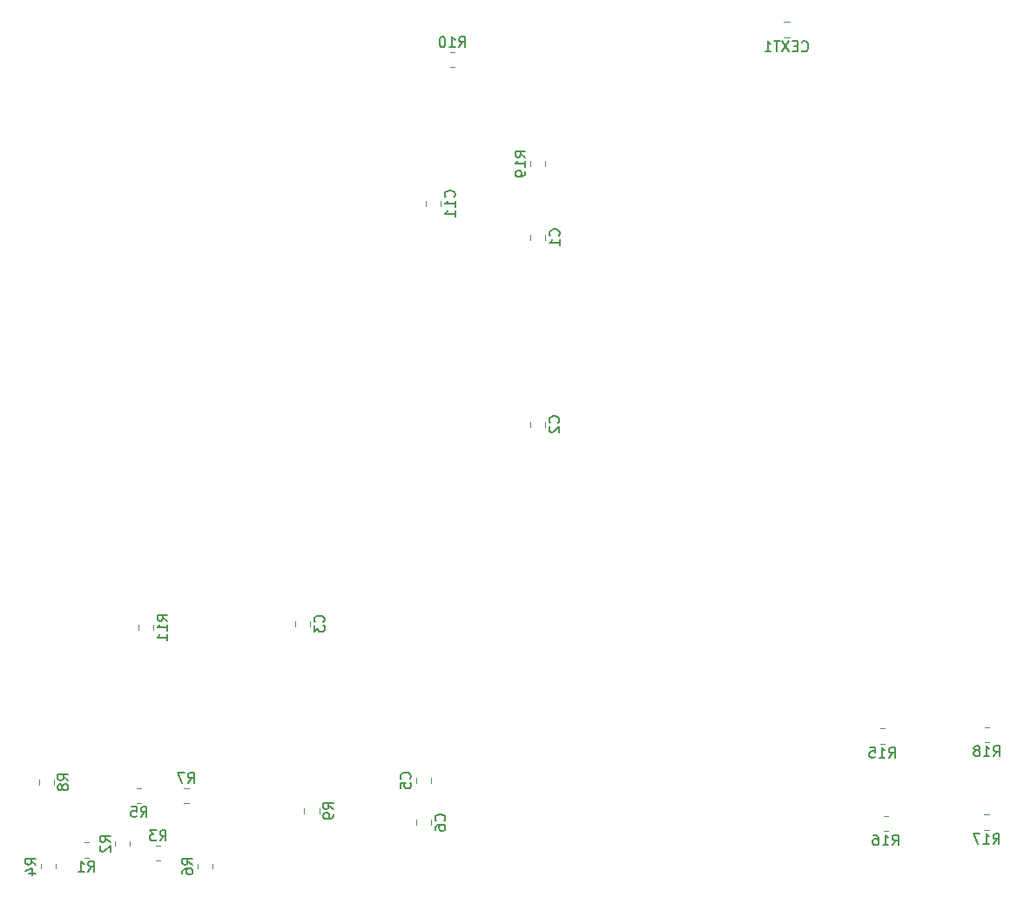
<source format=gbr>
%TF.GenerationSoftware,KiCad,Pcbnew,(5.99.0-7833-g0d57f90982)*%
%TF.CreationDate,2021-09-05T20:23:01+02:00*%
%TF.ProjectId,sbc6526,73626336-3532-4362-9e6b-696361645f70,rev?*%
%TF.SameCoordinates,Original*%
%TF.FileFunction,Legend,Bot*%
%TF.FilePolarity,Positive*%
%FSLAX46Y46*%
G04 Gerber Fmt 4.6, Leading zero omitted, Abs format (unit mm)*
G04 Created by KiCad (PCBNEW (5.99.0-7833-g0d57f90982)) date 2021-09-05 20:23:01*
%MOMM*%
%LPD*%
G01*
G04 APERTURE LIST*
%ADD10C,0.150000*%
%ADD11C,0.120000*%
G04 APERTURE END LIST*
D10*
%TO.C,C1*%
X153002042Y-79120033D02*
X153049661Y-79072414D01*
X153097280Y-78929557D01*
X153097280Y-78834319D01*
X153049661Y-78691461D01*
X152954423Y-78596223D01*
X152859185Y-78548604D01*
X152668709Y-78500985D01*
X152525852Y-78500985D01*
X152335376Y-78548604D01*
X152240138Y-78596223D01*
X152144900Y-78691461D01*
X152097280Y-78834319D01*
X152097280Y-78929557D01*
X152144900Y-79072414D01*
X152192519Y-79120033D01*
X153097280Y-80072414D02*
X153097280Y-79500985D01*
X153097280Y-79786700D02*
X152097280Y-79786700D01*
X152240138Y-79691461D01*
X152335376Y-79596223D01*
X152382995Y-79500985D01*
%TO.C,C3*%
X130137142Y-116720833D02*
X130184761Y-116673214D01*
X130232380Y-116530357D01*
X130232380Y-116435119D01*
X130184761Y-116292261D01*
X130089523Y-116197023D01*
X129994285Y-116149404D01*
X129803809Y-116101785D01*
X129660952Y-116101785D01*
X129470476Y-116149404D01*
X129375238Y-116197023D01*
X129280000Y-116292261D01*
X129232380Y-116435119D01*
X129232380Y-116530357D01*
X129280000Y-116673214D01*
X129327619Y-116720833D01*
X129232380Y-117054166D02*
X129232380Y-117673214D01*
X129613333Y-117339880D01*
X129613333Y-117482738D01*
X129660952Y-117577976D01*
X129708571Y-117625595D01*
X129803809Y-117673214D01*
X130041904Y-117673214D01*
X130137142Y-117625595D01*
X130184761Y-117577976D01*
X130232380Y-117482738D01*
X130232380Y-117197023D01*
X130184761Y-117101785D01*
X130137142Y-117054166D01*
%TO.C,C11*%
X142837142Y-75369642D02*
X142884761Y-75322023D01*
X142932380Y-75179166D01*
X142932380Y-75083928D01*
X142884761Y-74941071D01*
X142789523Y-74845833D01*
X142694285Y-74798214D01*
X142503809Y-74750595D01*
X142360952Y-74750595D01*
X142170476Y-74798214D01*
X142075238Y-74845833D01*
X141980000Y-74941071D01*
X141932380Y-75083928D01*
X141932380Y-75179166D01*
X141980000Y-75322023D01*
X142027619Y-75369642D01*
X142932380Y-76322023D02*
X142932380Y-75750595D01*
X142932380Y-76036309D02*
X141932380Y-76036309D01*
X142075238Y-75941071D01*
X142170476Y-75845833D01*
X142218095Y-75750595D01*
X142932380Y-77274404D02*
X142932380Y-76702976D01*
X142932380Y-76988690D02*
X141932380Y-76988690D01*
X142075238Y-76893452D01*
X142170476Y-76798214D01*
X142218095Y-76702976D01*
%TO.C,R10*%
X143317857Y-60777380D02*
X143651190Y-60301190D01*
X143889285Y-60777380D02*
X143889285Y-59777380D01*
X143508333Y-59777380D01*
X143413095Y-59825000D01*
X143365476Y-59872619D01*
X143317857Y-59967857D01*
X143317857Y-60110714D01*
X143365476Y-60205952D01*
X143413095Y-60253571D01*
X143508333Y-60301190D01*
X143889285Y-60301190D01*
X142365476Y-60777380D02*
X142936904Y-60777380D01*
X142651190Y-60777380D02*
X142651190Y-59777380D01*
X142746428Y-59920238D01*
X142841666Y-60015476D01*
X142936904Y-60063095D01*
X141746428Y-59777380D02*
X141651190Y-59777380D01*
X141555952Y-59825000D01*
X141508333Y-59872619D01*
X141460714Y-59967857D01*
X141413095Y-60158333D01*
X141413095Y-60396428D01*
X141460714Y-60586904D01*
X141508333Y-60682142D01*
X141555952Y-60729761D01*
X141651190Y-60777380D01*
X141746428Y-60777380D01*
X141841666Y-60729761D01*
X141889285Y-60682142D01*
X141936904Y-60586904D01*
X141984523Y-60396428D01*
X141984523Y-60158333D01*
X141936904Y-59967857D01*
X141889285Y-59872619D01*
X141841666Y-59825000D01*
X141746428Y-59777380D01*
%TO.C,R11*%
X114977380Y-116607142D02*
X114501190Y-116273809D01*
X114977380Y-116035714D02*
X113977380Y-116035714D01*
X113977380Y-116416666D01*
X114025000Y-116511904D01*
X114072619Y-116559523D01*
X114167857Y-116607142D01*
X114310714Y-116607142D01*
X114405952Y-116559523D01*
X114453571Y-116511904D01*
X114501190Y-116416666D01*
X114501190Y-116035714D01*
X114977380Y-117559523D02*
X114977380Y-116988095D01*
X114977380Y-117273809D02*
X113977380Y-117273809D01*
X114120238Y-117178571D01*
X114215476Y-117083333D01*
X114263095Y-116988095D01*
X114977380Y-118511904D02*
X114977380Y-117940476D01*
X114977380Y-118226190D02*
X113977380Y-118226190D01*
X114120238Y-118130952D01*
X114215476Y-118035714D01*
X114263095Y-117940476D01*
%TO.C,R15*%
X185122857Y-129922380D02*
X185456190Y-129446190D01*
X185694285Y-129922380D02*
X185694285Y-128922380D01*
X185313333Y-128922380D01*
X185218095Y-128970000D01*
X185170476Y-129017619D01*
X185122857Y-129112857D01*
X185122857Y-129255714D01*
X185170476Y-129350952D01*
X185218095Y-129398571D01*
X185313333Y-129446190D01*
X185694285Y-129446190D01*
X184170476Y-129922380D02*
X184741904Y-129922380D01*
X184456190Y-129922380D02*
X184456190Y-128922380D01*
X184551428Y-129065238D01*
X184646666Y-129160476D01*
X184741904Y-129208095D01*
X183265714Y-128922380D02*
X183741904Y-128922380D01*
X183789523Y-129398571D01*
X183741904Y-129350952D01*
X183646666Y-129303333D01*
X183408571Y-129303333D01*
X183313333Y-129350952D01*
X183265714Y-129398571D01*
X183218095Y-129493809D01*
X183218095Y-129731904D01*
X183265714Y-129827142D01*
X183313333Y-129874761D01*
X183408571Y-129922380D01*
X183646666Y-129922380D01*
X183741904Y-129874761D01*
X183789523Y-129827142D01*
%TO.C,R16*%
X185452857Y-138442380D02*
X185786190Y-137966190D01*
X186024285Y-138442380D02*
X186024285Y-137442380D01*
X185643333Y-137442380D01*
X185548095Y-137490000D01*
X185500476Y-137537619D01*
X185452857Y-137632857D01*
X185452857Y-137775714D01*
X185500476Y-137870952D01*
X185548095Y-137918571D01*
X185643333Y-137966190D01*
X186024285Y-137966190D01*
X184500476Y-138442380D02*
X185071904Y-138442380D01*
X184786190Y-138442380D02*
X184786190Y-137442380D01*
X184881428Y-137585238D01*
X184976666Y-137680476D01*
X185071904Y-137728095D01*
X183643333Y-137442380D02*
X183833809Y-137442380D01*
X183929047Y-137490000D01*
X183976666Y-137537619D01*
X184071904Y-137680476D01*
X184119523Y-137870952D01*
X184119523Y-138251904D01*
X184071904Y-138347142D01*
X184024285Y-138394761D01*
X183929047Y-138442380D01*
X183738571Y-138442380D01*
X183643333Y-138394761D01*
X183595714Y-138347142D01*
X183548095Y-138251904D01*
X183548095Y-138013809D01*
X183595714Y-137918571D01*
X183643333Y-137870952D01*
X183738571Y-137823333D01*
X183929047Y-137823333D01*
X184024285Y-137870952D01*
X184071904Y-137918571D01*
X184119523Y-138013809D01*
%TO.C,R17*%
X195262857Y-138312380D02*
X195596190Y-137836190D01*
X195834285Y-138312380D02*
X195834285Y-137312380D01*
X195453333Y-137312380D01*
X195358095Y-137360000D01*
X195310476Y-137407619D01*
X195262857Y-137502857D01*
X195262857Y-137645714D01*
X195310476Y-137740952D01*
X195358095Y-137788571D01*
X195453333Y-137836190D01*
X195834285Y-137836190D01*
X194310476Y-138312380D02*
X194881904Y-138312380D01*
X194596190Y-138312380D02*
X194596190Y-137312380D01*
X194691428Y-137455238D01*
X194786666Y-137550476D01*
X194881904Y-137598095D01*
X193977142Y-137312380D02*
X193310476Y-137312380D01*
X193739047Y-138312380D01*
%TO.C,R18*%
X195282857Y-129782380D02*
X195616190Y-129306190D01*
X195854285Y-129782380D02*
X195854285Y-128782380D01*
X195473333Y-128782380D01*
X195378095Y-128830000D01*
X195330476Y-128877619D01*
X195282857Y-128972857D01*
X195282857Y-129115714D01*
X195330476Y-129210952D01*
X195378095Y-129258571D01*
X195473333Y-129306190D01*
X195854285Y-129306190D01*
X194330476Y-129782380D02*
X194901904Y-129782380D01*
X194616190Y-129782380D02*
X194616190Y-128782380D01*
X194711428Y-128925238D01*
X194806666Y-129020476D01*
X194901904Y-129068095D01*
X193759047Y-129210952D02*
X193854285Y-129163333D01*
X193901904Y-129115714D01*
X193949523Y-129020476D01*
X193949523Y-128972857D01*
X193901904Y-128877619D01*
X193854285Y-128830000D01*
X193759047Y-128782380D01*
X193568571Y-128782380D01*
X193473333Y-128830000D01*
X193425714Y-128877619D01*
X193378095Y-128972857D01*
X193378095Y-129020476D01*
X193425714Y-129115714D01*
X193473333Y-129163333D01*
X193568571Y-129210952D01*
X193759047Y-129210952D01*
X193854285Y-129258571D01*
X193901904Y-129306190D01*
X193949523Y-129401428D01*
X193949523Y-129591904D01*
X193901904Y-129687142D01*
X193854285Y-129734761D01*
X193759047Y-129782380D01*
X193568571Y-129782380D01*
X193473333Y-129734761D01*
X193425714Y-129687142D01*
X193378095Y-129591904D01*
X193378095Y-129401428D01*
X193425714Y-129306190D01*
X193473333Y-129258571D01*
X193568571Y-129210952D01*
%TO.C,R19*%
X149777380Y-71482142D02*
X149301190Y-71148809D01*
X149777380Y-70910714D02*
X148777380Y-70910714D01*
X148777380Y-71291666D01*
X148825000Y-71386904D01*
X148872619Y-71434523D01*
X148967857Y-71482142D01*
X149110714Y-71482142D01*
X149205952Y-71434523D01*
X149253571Y-71386904D01*
X149301190Y-71291666D01*
X149301190Y-70910714D01*
X149777380Y-72434523D02*
X149777380Y-71863095D01*
X149777380Y-72148809D02*
X148777380Y-72148809D01*
X148920238Y-72053571D01*
X149015476Y-71958333D01*
X149063095Y-71863095D01*
X149777380Y-72910714D02*
X149777380Y-73101190D01*
X149729761Y-73196428D01*
X149682142Y-73244047D01*
X149539285Y-73339285D01*
X149348809Y-73386904D01*
X148967857Y-73386904D01*
X148872619Y-73339285D01*
X148825000Y-73291666D01*
X148777380Y-73196428D01*
X148777380Y-73005952D01*
X148825000Y-72910714D01*
X148872619Y-72863095D01*
X148967857Y-72815476D01*
X149205952Y-72815476D01*
X149301190Y-72863095D01*
X149348809Y-72910714D01*
X149396428Y-73005952D01*
X149396428Y-73196428D01*
X149348809Y-73291666D01*
X149301190Y-73339285D01*
X149205952Y-73386904D01*
%TO.C,C2*%
X152987142Y-97320833D02*
X153034761Y-97273214D01*
X153082380Y-97130357D01*
X153082380Y-97035119D01*
X153034761Y-96892261D01*
X152939523Y-96797023D01*
X152844285Y-96749404D01*
X152653809Y-96701785D01*
X152510952Y-96701785D01*
X152320476Y-96749404D01*
X152225238Y-96797023D01*
X152130000Y-96892261D01*
X152082380Y-97035119D01*
X152082380Y-97130357D01*
X152130000Y-97273214D01*
X152177619Y-97320833D01*
X152177619Y-97701785D02*
X152130000Y-97749404D01*
X152082380Y-97844642D01*
X152082380Y-98082738D01*
X152130000Y-98177976D01*
X152177619Y-98225595D01*
X152272857Y-98273214D01*
X152368095Y-98273214D01*
X152510952Y-98225595D01*
X153082380Y-97654166D01*
X153082380Y-98273214D01*
%TO.C,C6*%
X141887142Y-136070833D02*
X141934761Y-136023214D01*
X141982380Y-135880357D01*
X141982380Y-135785119D01*
X141934761Y-135642261D01*
X141839523Y-135547023D01*
X141744285Y-135499404D01*
X141553809Y-135451785D01*
X141410952Y-135451785D01*
X141220476Y-135499404D01*
X141125238Y-135547023D01*
X141030000Y-135642261D01*
X140982380Y-135785119D01*
X140982380Y-135880357D01*
X141030000Y-136023214D01*
X141077619Y-136070833D01*
X140982380Y-136927976D02*
X140982380Y-136737500D01*
X141030000Y-136642261D01*
X141077619Y-136594642D01*
X141220476Y-136499404D01*
X141410952Y-136451785D01*
X141791904Y-136451785D01*
X141887142Y-136499404D01*
X141934761Y-136547023D01*
X141982380Y-136642261D01*
X141982380Y-136832738D01*
X141934761Y-136927976D01*
X141887142Y-136975595D01*
X141791904Y-137023214D01*
X141553809Y-137023214D01*
X141458571Y-136975595D01*
X141410952Y-136927976D01*
X141363333Y-136832738D01*
X141363333Y-136642261D01*
X141410952Y-136547023D01*
X141458571Y-136499404D01*
X141553809Y-136451785D01*
%TO.C,C5*%
X138527142Y-131983333D02*
X138574761Y-131935714D01*
X138622380Y-131792857D01*
X138622380Y-131697619D01*
X138574761Y-131554761D01*
X138479523Y-131459523D01*
X138384285Y-131411904D01*
X138193809Y-131364285D01*
X138050952Y-131364285D01*
X137860476Y-131411904D01*
X137765238Y-131459523D01*
X137670000Y-131554761D01*
X137622380Y-131697619D01*
X137622380Y-131792857D01*
X137670000Y-131935714D01*
X137717619Y-131983333D01*
X137622380Y-132888095D02*
X137622380Y-132411904D01*
X138098571Y-132364285D01*
X138050952Y-132411904D01*
X138003333Y-132507142D01*
X138003333Y-132745238D01*
X138050952Y-132840476D01*
X138098571Y-132888095D01*
X138193809Y-132935714D01*
X138431904Y-132935714D01*
X138527142Y-132888095D01*
X138574761Y-132840476D01*
X138622380Y-132745238D01*
X138622380Y-132507142D01*
X138574761Y-132411904D01*
X138527142Y-132364285D01*
%TO.C,R2*%
X109402380Y-138133333D02*
X108926190Y-137800000D01*
X109402380Y-137561904D02*
X108402380Y-137561904D01*
X108402380Y-137942857D01*
X108450000Y-138038095D01*
X108497619Y-138085714D01*
X108592857Y-138133333D01*
X108735714Y-138133333D01*
X108830952Y-138085714D01*
X108878571Y-138038095D01*
X108926190Y-137942857D01*
X108926190Y-137561904D01*
X108497619Y-138514285D02*
X108450000Y-138561904D01*
X108402380Y-138657142D01*
X108402380Y-138895238D01*
X108450000Y-138990476D01*
X108497619Y-139038095D01*
X108592857Y-139085714D01*
X108688095Y-139085714D01*
X108830952Y-139038095D01*
X109402380Y-138466666D01*
X109402380Y-139085714D01*
%TO.C,R5*%
X112366666Y-135702380D02*
X112700000Y-135226190D01*
X112938095Y-135702380D02*
X112938095Y-134702380D01*
X112557142Y-134702380D01*
X112461904Y-134750000D01*
X112414285Y-134797619D01*
X112366666Y-134892857D01*
X112366666Y-135035714D01*
X112414285Y-135130952D01*
X112461904Y-135178571D01*
X112557142Y-135226190D01*
X112938095Y-135226190D01*
X111461904Y-134702380D02*
X111938095Y-134702380D01*
X111985714Y-135178571D01*
X111938095Y-135130952D01*
X111842857Y-135083333D01*
X111604761Y-135083333D01*
X111509523Y-135130952D01*
X111461904Y-135178571D01*
X111414285Y-135273809D01*
X111414285Y-135511904D01*
X111461904Y-135607142D01*
X111509523Y-135654761D01*
X111604761Y-135702380D01*
X111842857Y-135702380D01*
X111938095Y-135654761D01*
X111985714Y-135607142D01*
%TO.C,R1*%
X107266666Y-141002380D02*
X107600000Y-140526190D01*
X107838095Y-141002380D02*
X107838095Y-140002380D01*
X107457142Y-140002380D01*
X107361904Y-140050000D01*
X107314285Y-140097619D01*
X107266666Y-140192857D01*
X107266666Y-140335714D01*
X107314285Y-140430952D01*
X107361904Y-140478571D01*
X107457142Y-140526190D01*
X107838095Y-140526190D01*
X106314285Y-141002380D02*
X106885714Y-141002380D01*
X106600000Y-141002380D02*
X106600000Y-140002380D01*
X106695238Y-140145238D01*
X106790476Y-140240476D01*
X106885714Y-140288095D01*
%TO.C,R6*%
X117402380Y-140333333D02*
X116926190Y-140000000D01*
X117402380Y-139761904D02*
X116402380Y-139761904D01*
X116402380Y-140142857D01*
X116450000Y-140238095D01*
X116497619Y-140285714D01*
X116592857Y-140333333D01*
X116735714Y-140333333D01*
X116830952Y-140285714D01*
X116878571Y-140238095D01*
X116926190Y-140142857D01*
X116926190Y-139761904D01*
X116402380Y-141190476D02*
X116402380Y-141000000D01*
X116450000Y-140904761D01*
X116497619Y-140857142D01*
X116640476Y-140761904D01*
X116830952Y-140714285D01*
X117211904Y-140714285D01*
X117307142Y-140761904D01*
X117354761Y-140809523D01*
X117402380Y-140904761D01*
X117402380Y-141095238D01*
X117354761Y-141190476D01*
X117307142Y-141238095D01*
X117211904Y-141285714D01*
X116973809Y-141285714D01*
X116878571Y-141238095D01*
X116830952Y-141190476D01*
X116783333Y-141095238D01*
X116783333Y-140904761D01*
X116830952Y-140809523D01*
X116878571Y-140761904D01*
X116973809Y-140714285D01*
%TO.C,R3*%
X114228666Y-138002380D02*
X114562000Y-137526190D01*
X114800095Y-138002380D02*
X114800095Y-137002380D01*
X114419142Y-137002380D01*
X114323904Y-137050000D01*
X114276285Y-137097619D01*
X114228666Y-137192857D01*
X114228666Y-137335714D01*
X114276285Y-137430952D01*
X114323904Y-137478571D01*
X114419142Y-137526190D01*
X114800095Y-137526190D01*
X113895333Y-137002380D02*
X113276285Y-137002380D01*
X113609619Y-137383333D01*
X113466761Y-137383333D01*
X113371523Y-137430952D01*
X113323904Y-137478571D01*
X113276285Y-137573809D01*
X113276285Y-137811904D01*
X113323904Y-137907142D01*
X113371523Y-137954761D01*
X113466761Y-138002380D01*
X113752476Y-138002380D01*
X113847714Y-137954761D01*
X113895333Y-137907142D01*
%TO.C,R7*%
X116966666Y-132402380D02*
X117300000Y-131926190D01*
X117538095Y-132402380D02*
X117538095Y-131402380D01*
X117157142Y-131402380D01*
X117061904Y-131450000D01*
X117014285Y-131497619D01*
X116966666Y-131592857D01*
X116966666Y-131735714D01*
X117014285Y-131830952D01*
X117061904Y-131878571D01*
X117157142Y-131926190D01*
X117538095Y-131926190D01*
X116633333Y-131402380D02*
X115966666Y-131402380D01*
X116395238Y-132402380D01*
%TO.C,R8*%
X105302380Y-132133333D02*
X104826190Y-131800000D01*
X105302380Y-131561904D02*
X104302380Y-131561904D01*
X104302380Y-131942857D01*
X104350000Y-132038095D01*
X104397619Y-132085714D01*
X104492857Y-132133333D01*
X104635714Y-132133333D01*
X104730952Y-132085714D01*
X104778571Y-132038095D01*
X104826190Y-131942857D01*
X104826190Y-131561904D01*
X104730952Y-132704761D02*
X104683333Y-132609523D01*
X104635714Y-132561904D01*
X104540476Y-132514285D01*
X104492857Y-132514285D01*
X104397619Y-132561904D01*
X104350000Y-132609523D01*
X104302380Y-132704761D01*
X104302380Y-132895238D01*
X104350000Y-132990476D01*
X104397619Y-133038095D01*
X104492857Y-133085714D01*
X104540476Y-133085714D01*
X104635714Y-133038095D01*
X104683333Y-132990476D01*
X104730952Y-132895238D01*
X104730952Y-132704761D01*
X104778571Y-132609523D01*
X104826190Y-132561904D01*
X104921428Y-132514285D01*
X105111904Y-132514285D01*
X105207142Y-132561904D01*
X105254761Y-132609523D01*
X105302380Y-132704761D01*
X105302380Y-132895238D01*
X105254761Y-132990476D01*
X105207142Y-133038095D01*
X105111904Y-133085714D01*
X104921428Y-133085714D01*
X104826190Y-133038095D01*
X104778571Y-132990476D01*
X104730952Y-132895238D01*
%TO.C,R9*%
X131102380Y-134933333D02*
X130626190Y-134600000D01*
X131102380Y-134361904D02*
X130102380Y-134361904D01*
X130102380Y-134742857D01*
X130150000Y-134838095D01*
X130197619Y-134885714D01*
X130292857Y-134933333D01*
X130435714Y-134933333D01*
X130530952Y-134885714D01*
X130578571Y-134838095D01*
X130626190Y-134742857D01*
X130626190Y-134361904D01*
X131102380Y-135409523D02*
X131102380Y-135600000D01*
X131054761Y-135695238D01*
X131007142Y-135742857D01*
X130864285Y-135838095D01*
X130673809Y-135885714D01*
X130292857Y-135885714D01*
X130197619Y-135838095D01*
X130150000Y-135790476D01*
X130102380Y-135695238D01*
X130102380Y-135504761D01*
X130150000Y-135409523D01*
X130197619Y-135361904D01*
X130292857Y-135314285D01*
X130530952Y-135314285D01*
X130626190Y-135361904D01*
X130673809Y-135409523D01*
X130721428Y-135504761D01*
X130721428Y-135695238D01*
X130673809Y-135790476D01*
X130626190Y-135838095D01*
X130530952Y-135885714D01*
%TO.C,R4*%
X102180380Y-140333333D02*
X101704190Y-140000000D01*
X102180380Y-139761904D02*
X101180380Y-139761904D01*
X101180380Y-140142857D01*
X101228000Y-140238095D01*
X101275619Y-140285714D01*
X101370857Y-140333333D01*
X101513714Y-140333333D01*
X101608952Y-140285714D01*
X101656571Y-140238095D01*
X101704190Y-140142857D01*
X101704190Y-139761904D01*
X101513714Y-141190476D02*
X102180380Y-141190476D01*
X101132761Y-140952380D02*
X101847047Y-140714285D01*
X101847047Y-141333333D01*
%TO.C,CEXT1*%
X176651190Y-61112142D02*
X176698809Y-61159761D01*
X176841666Y-61207380D01*
X176936904Y-61207380D01*
X177079761Y-61159761D01*
X177175000Y-61064523D01*
X177222619Y-60969285D01*
X177270238Y-60778809D01*
X177270238Y-60635952D01*
X177222619Y-60445476D01*
X177175000Y-60350238D01*
X177079761Y-60255000D01*
X176936904Y-60207380D01*
X176841666Y-60207380D01*
X176698809Y-60255000D01*
X176651190Y-60302619D01*
X176222619Y-60683571D02*
X175889285Y-60683571D01*
X175746428Y-61207380D02*
X176222619Y-61207380D01*
X176222619Y-60207380D01*
X175746428Y-60207380D01*
X175413095Y-60207380D02*
X174746428Y-61207380D01*
X174746428Y-60207380D02*
X175413095Y-61207380D01*
X174508333Y-60207380D02*
X173936904Y-60207380D01*
X174222619Y-61207380D02*
X174222619Y-60207380D01*
X173079761Y-61207380D02*
X173651190Y-61207380D01*
X173365476Y-61207380D02*
X173365476Y-60207380D01*
X173460714Y-60350238D01*
X173555952Y-60445476D01*
X173651190Y-60493095D01*
D11*
%TO.C,C1*%
X150229900Y-79547952D02*
X150229900Y-79025448D01*
X151699900Y-79547952D02*
X151699900Y-79025448D01*
%TO.C,C3*%
X128835000Y-117148752D02*
X128835000Y-116626248D01*
X127365000Y-117148752D02*
X127365000Y-116626248D01*
%TO.C,C11*%
X140065000Y-76273752D02*
X140065000Y-75751248D01*
X141535000Y-76273752D02*
X141535000Y-75751248D01*
%TO.C,R10*%
X142902064Y-62710000D02*
X142447936Y-62710000D01*
X142902064Y-61240000D02*
X142447936Y-61240000D01*
%TO.C,R11*%
X113610000Y-117477064D02*
X113610000Y-117022936D01*
X112140000Y-117477064D02*
X112140000Y-117022936D01*
%TO.C,R15*%
X184252936Y-128555000D02*
X184707064Y-128555000D01*
X184252936Y-127085000D02*
X184707064Y-127085000D01*
%TO.C,R16*%
X184582936Y-137075000D02*
X185037064Y-137075000D01*
X184582936Y-135605000D02*
X185037064Y-135605000D01*
%TO.C,R17*%
X194392936Y-135475000D02*
X194847064Y-135475000D01*
X194392936Y-136945000D02*
X194847064Y-136945000D01*
%TO.C,R18*%
X194412936Y-128415000D02*
X194867064Y-128415000D01*
X194412936Y-126945000D02*
X194867064Y-126945000D01*
%TO.C,R19*%
X151710000Y-71897936D02*
X151710000Y-72352064D01*
X150240000Y-71897936D02*
X150240000Y-72352064D01*
%TO.C,C2*%
X151685000Y-97748752D02*
X151685000Y-97226248D01*
X150215000Y-97748752D02*
X150215000Y-97226248D01*
%TO.C,C6*%
X139115000Y-136498752D02*
X139115000Y-135976248D01*
X140585000Y-136498752D02*
X140585000Y-135976248D01*
%TO.C,C5*%
X140585000Y-131888748D02*
X140585000Y-132411252D01*
X139115000Y-131888748D02*
X139115000Y-132411252D01*
%TO.C,R2*%
X109865000Y-138072936D02*
X109865000Y-138527064D01*
X111335000Y-138072936D02*
X111335000Y-138527064D01*
%TO.C,R5*%
X111972936Y-132865000D02*
X112427064Y-132865000D01*
X111972936Y-134335000D02*
X112427064Y-134335000D01*
%TO.C,R1*%
X106872936Y-139635000D02*
X107327064Y-139635000D01*
X106872936Y-138165000D02*
X107327064Y-138165000D01*
%TO.C,R6*%
X117865000Y-140272936D02*
X117865000Y-140727064D01*
X119335000Y-140272936D02*
X119335000Y-140727064D01*
%TO.C,R3*%
X114289064Y-138465000D02*
X113834936Y-138465000D01*
X114289064Y-139935000D02*
X113834936Y-139935000D01*
%TO.C,R7*%
X117027064Y-134335000D02*
X116572936Y-134335000D01*
X117027064Y-132865000D02*
X116572936Y-132865000D01*
%TO.C,R8*%
X103935000Y-132527064D02*
X103935000Y-132072936D01*
X102465000Y-132527064D02*
X102465000Y-132072936D01*
%TO.C,R9*%
X129735000Y-135327064D02*
X129735000Y-134872936D01*
X128265000Y-135327064D02*
X128265000Y-134872936D01*
%TO.C,R4*%
X102643000Y-140272936D02*
X102643000Y-140727064D01*
X104113000Y-140272936D02*
X104113000Y-140727064D01*
%TO.C,CEXT1*%
X174913748Y-58340000D02*
X175436252Y-58340000D01*
X174913748Y-59810000D02*
X175436252Y-59810000D01*
%TD*%
M02*

</source>
